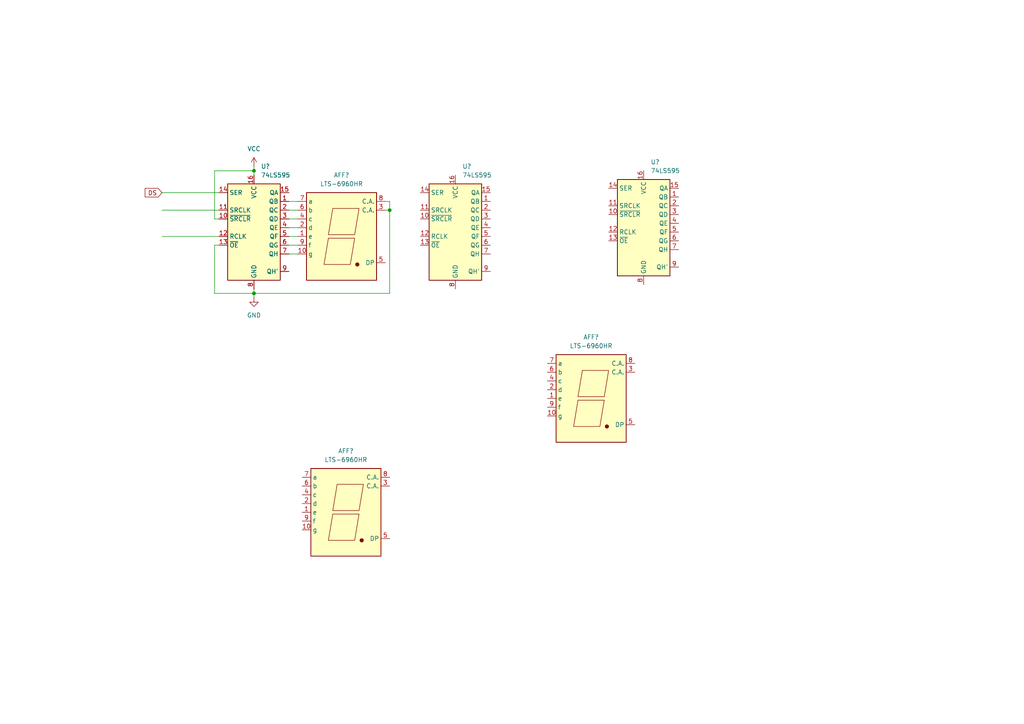
<source format=kicad_sch>
(kicad_sch (version 20230121) (generator eeschema)
  (paper "A4")
  (lib_symbols
    (symbol "74xx:74LS595"
      (property "Reference" "U" (at -7.62 13.97 0))
      (property "Value" "74LS595" (at -7.62 -16.51 0))
      (symbol "74LS595_1_0"
        (pin tri_state line (at 10.16 7.62 180) (length 2.54) (name "QB") (number "1"))
        (pin input line (at -10.16 2.54 0) (length 2.54) (name "~{SRCLR}") (number "10"))
        (pin input line (at -10.16 5.08 0) (length 2.54) (name "SRCLK") (number "11"))
        (pin input line (at -10.16 -2.54 0) (length 2.54) (name "RCLK") (number "12"))
        (pin input line (at -10.16 -5.08 0) (length 2.54) (name "~{OE}") (number "13"))
        (pin input line (at -10.16 10.16 0) (length 2.54) (name "SER") (number "14"))
        (pin tri_state line (at 10.16 10.16 180) (length 2.54) (name "QA") (number "15"))
        (pin power_in line (at 0 15.24 270) (length 2.54) (name "VCC") (number "16"))
        (pin tri_state line (at 10.16 5.08 180) (length 2.54) (name "QC") (number "2"))
        (pin tri_state line (at 10.16 2.54 180) (length 2.54) (name "QD") (number "3"))
        (pin tri_state line (at 10.16 0 180) (length 2.54) (name "QE") (number "4"))
        (pin tri_state line (at 10.16 -2.54 180) (length 2.54) (name "QF") (number "5"))
        (pin tri_state line (at 10.16 -5.08 180) (length 2.54) (name "QG") (number "6"))
        (pin tri_state line (at 10.16 -7.62 180) (length 2.54) (name "QH") (number "7"))
        (pin power_in line (at 0 -17.78 90) (length 2.54) (name "GND") (number "8"))
        (pin output line (at 10.16 -12.7 180) (length 2.54) (name "QH'") (number "9"))
      )
      (symbol "74LS595_1_1"
        (rectangle (start -7.62 12.7) (end 7.62 -15.24) (stroke (width 0.254)) (fill (type background)))
      )
    )
    (symbol "Display_Character:LTS-6960HR"
      (property "Reference" "AFF" (at -7.874 13.97 0))
      (property "Value" "LTS-6960HR" (at -2.032 13.97 0))
      (symbol "LTS-6960HR_0_1"
        (rectangle (start -10.16 12.7) (end 10.16 -12.7) (stroke (width 0.254)) (fill (type background)))
        (polyline (pts (xy -3.81 -0.508) (xy 3.81 -0.508) (xy 2.54 -8.128) (xy -5.08 -8.128) (xy -3.81 -0.508) (xy -3.81 -0.508)))
        (polyline (pts (xy -2.54 8.128) (xy 5.08 8.128) (xy 3.81 0.508) (xy -3.81 0.508) (xy -2.54 8.128) (xy -2.54 8.128)))
        (circle (center 4.572 -8.128) (radius 0.508) (fill (type outline)))
      )
      (symbol "LTS-6960HR_1_1"
        (pin passive line (at -12.7 0 0) (length 2.54) (name "e") (number "1"))
        (pin passive line (at -12.7 -5.08 0) (length 2.54) (name "g") (number "10"))
        (pin passive line (at -12.7 2.54 0) (length 2.54) (name "d") (number "2"))
        (pin passive line (at 12.7 7.62 180) (length 2.54) (name "C.A.") (number "3"))
        (pin passive line (at -12.7 5.08 0) (length 2.54) (name "c") (number "4"))
        (pin passive line (at 12.7 -7.62 180) (length 2.54) (name "DP") (number "5"))
        (pin passive line (at -12.7 7.62 0) (length 2.54) (name "b") (number "6"))
        (pin passive line (at -12.7 10.16 0) (length 2.54) (name "a") (number "7"))
        (pin passive line (at 12.7 10.16 180) (length 2.54) (name "C.A.") (number "8"))
        (pin passive line (at -12.7 -2.54 0) (length 2.54) (name "f") (number "9"))
      )
    )
    (symbol "power:GND" (power) (pin_names (offset 0))
      (property "Value" "GND" (at 0 -3.81 0))
      (symbol "GND_0_1"
        (polyline (pts (xy 0 0) (xy 0 -1.27) (xy 1.27 -1.27) (xy 0 -2.54) (xy -1.27 -1.27) (xy 0 -1.27)))
      )
      (symbol "GND_1_1"
        (pin power_in line (at 0 0 270) (length 0) hide (name "GND") (number "1"))
      )
    )
    (symbol "power:VCC" (power) (pin_names (offset 0))
      (property "Value" "VCC" (at 0 3.81 0))
      (symbol "VCC_0_1"
        (polyline (pts (xy -0.762 1.27) (xy 0 2.54)))
        (polyline (pts (xy 0 0) (xy 0 2.54)))
        (polyline (pts (xy 0 2.54) (xy 0.762 1.27)))
      )
      (symbol "VCC_1_1"
        (pin power_in line (at 0 0 90) (length 0) hide (name "VCC") (number "1"))
      )
    )
  )
  (junction (at 73.66 85.09))
  (junction (at 73.66 49.53))
  (junction (at 113.03 60.96))
  (wire (pts (xy 62.23 49.53) (xy 73.66 49.53)))
  (wire (pts (xy 83.82 58.42) (xy 86.36 58.42)))
  (wire (pts (xy 111.76 60.96) (xy 113.03 60.96)))
  (wire (pts (xy 83.82 66.04) (xy 86.36 66.04)))
  (wire (pts (xy 73.66 49.53) (xy 73.66 50.8)))
  (wire (pts (xy 73.66 83.82) (xy 73.66 85.09)))
  (wire (pts (xy 62.23 71.12) (xy 63.5 71.12)))
  (wire (pts (xy 46.99 60.96) (xy 63.5 60.96)))
  (wire (pts (xy 62.23 63.5) (xy 62.23 49.53)))
  (wire (pts (xy 63.5 63.5) (xy 62.23 63.5)))
  (wire (pts (xy 83.82 68.58) (xy 86.36 68.58)))
  (wire (pts (xy 46.99 68.58) (xy 63.5 68.58)))
  (wire (pts (xy 73.66 85.09) (xy 73.66 86.36)))
  (wire (pts (xy 62.23 85.09) (xy 62.23 71.12)))
  (wire (pts (xy 113.03 60.96) (xy 113.03 85.09)))
  (wire (pts (xy 111.76 58.42) (xy 113.03 58.42)))
  (wire (pts (xy 83.82 71.12) (xy 86.36 71.12)))
  (wire (pts (xy 73.66 85.09) (xy 62.23 85.09)))
  (wire (pts (xy 83.82 63.5) (xy 86.36 63.5)))
  (wire (pts (xy 73.66 48.26) (xy 73.66 49.53)))
  (wire (pts (xy 46.99 55.88) (xy 63.5 55.88)))
  (wire (pts (xy 113.03 58.42) (xy 113.03 60.96)))
  (wire (pts (xy 83.82 73.66) (xy 86.36 73.66)))
  (wire (pts (xy 113.03 85.09) (xy 73.66 85.09)))
  (wire (pts (xy 83.82 60.96) (xy 86.36 60.96)))
  (global_label "DS" (shape input) (at 46.99 55.88 180) (property "Intersheetrefs" "${INTERSHEET_REFS}" (effects hide)))
  (symbol (lib_id "Display_Character:LTS-6960HR") (at 171.45 115.57 0) (unit 1)
    (property "Reference" "AFF?" (at 171.45 97.79 0))
    (property "Value" "LTS-6960HR" (at 171.45 100.33 0))
    (property "Footprint" "Display_7Segment:7SegmentLED_LTS6760_LTS6780" (effects hide))
    (property "Datasheet" "https://datasheet.octopart.com/LTS-6960HR-Lite-On-datasheet-11803242.pdf" (effects hide))
  )
  (symbol (lib_id "power:VCC") (at 73.66 48.26 0) (unit 1)
    (property "Reference" "#PWR?" (effects hide))
    (property "Value" "VCC" (at 73.66 43.18 0))
  )
  (symbol (lib_id "power:GND") (at 73.66 86.36 0) (unit 1)
    (property "Reference" "#PWR?" (effects hide))
    (property "Value" "GND" (at 73.66 91.44 0))
  )
  (symbol (lib_id "74xx:74LS595") (at 73.66 66.04 0) (unit 1)
    (property "Reference" "U?" (at 75.6794 48.26 0) (effects (justify left)))
    (property "Value" "74LS595" (at 75.6794 50.8 0) (effects (justify left)))
    (property "Datasheet" "http://www.ti.com/lit/gpn/sn74ls595" (effects hide))
  )
  (symbol (lib_id "Display_Character:LTS-6960HR") (at 99.06 68.58 0) (unit 1)
    (property "Reference" "AFF?" (at 99.06 50.8 0))
    (property "Value" "LTS-6960HR" (at 99.06 53.34 0))
    (property "Footprint" "Display_7Segment:7SegmentLED_LTS6760_LTS6780" (effects hide))
    (property "Datasheet" "https://datasheet.octopart.com/LTS-6960HR-Lite-On-datasheet-11803242.pdf" (effects hide))
  )
  (symbol (lib_id "74xx:74LS595") (at 132.08 66.04 0) (unit 1)
    (property "Reference" "U?" (at 134.0994 48.26 0) (effects (justify left)))
    (property "Value" "74LS595" (at 134.0994 50.8 0) (effects (justify left)))
    (property "Datasheet" "http://www.ti.com/lit/gpn/sn74ls595" (effects hide))
  )
  (symbol (lib_id "74xx:74LS595") (at 186.69 64.77 0) (unit 1)
    (property "Reference" "U?" (at 188.7094 46.99 0) (effects (justify left)))
    (property "Value" "74LS595" (at 188.7094 49.53 0) (effects (justify left)))
    (property "Datasheet" "http://www.ti.com/lit/gpn/sn74ls595" (effects hide))
  )
  (symbol (lib_id "Display_Character:LTS-6960HR") (at 100.33 148.59 0) (unit 1)
    (property "Reference" "AFF?" (at 100.33 130.81 0))
    (property "Value" "LTS-6960HR" (at 100.33 133.35 0))
    (property "Footprint" "Display_7Segment:7SegmentLED_LTS6760_LTS6780" (effects hide))
    (property "Datasheet" "https://datasheet.octopart.com/LTS-6960HR-Lite-On-datasheet-11803242.pdf" (effects hide))
  )
)
</source>
